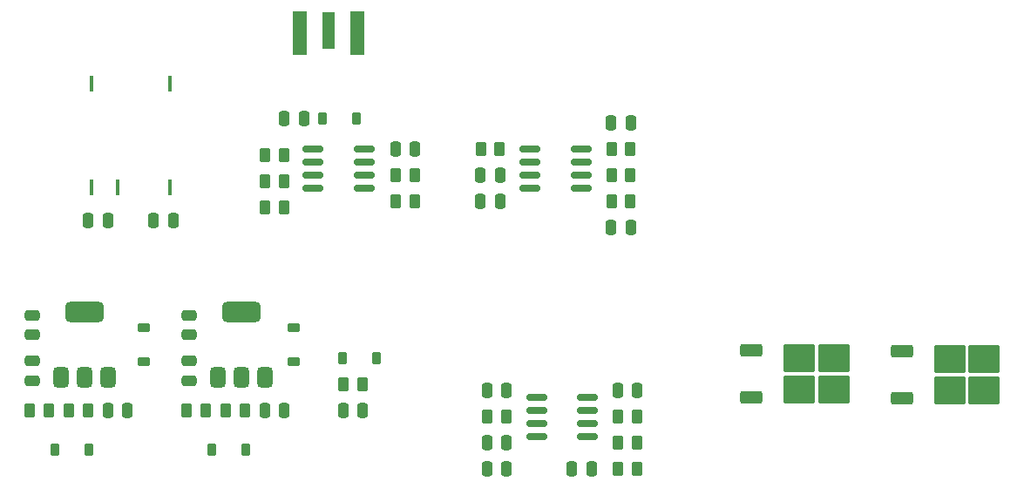
<source format=gbr>
%TF.GenerationSoftware,KiCad,Pcbnew,8.0.1*%
%TF.CreationDate,2024-07-13T13:04:58-04:00*%
%TF.ProjectId,GaN Drain Driver,47614e20-4472-4616-996e-204472697665,v1.0*%
%TF.SameCoordinates,Original*%
%TF.FileFunction,Paste,Top*%
%TF.FilePolarity,Positive*%
%FSLAX46Y46*%
G04 Gerber Fmt 4.6, Leading zero omitted, Abs format (unit mm)*
G04 Created by KiCad (PCBNEW 8.0.1) date 2024-07-13 13:04:58*
%MOMM*%
%LPD*%
G01*
G04 APERTURE LIST*
G04 Aperture macros list*
%AMRoundRect*
0 Rectangle with rounded corners*
0 $1 Rounding radius*
0 $2 $3 $4 $5 $6 $7 $8 $9 X,Y pos of 4 corners*
0 Add a 4 corners polygon primitive as box body*
4,1,4,$2,$3,$4,$5,$6,$7,$8,$9,$2,$3,0*
0 Add four circle primitives for the rounded corners*
1,1,$1+$1,$2,$3*
1,1,$1+$1,$4,$5*
1,1,$1+$1,$6,$7*
1,1,$1+$1,$8,$9*
0 Add four rect primitives between the rounded corners*
20,1,$1+$1,$2,$3,$4,$5,0*
20,1,$1+$1,$4,$5,$6,$7,0*
20,1,$1+$1,$6,$7,$8,$9,0*
20,1,$1+$1,$8,$9,$2,$3,0*%
G04 Aperture macros list end*
%ADD10R,0.457200X1.600200*%
%ADD11RoundRect,0.250000X0.262500X0.450000X-0.262500X0.450000X-0.262500X-0.450000X0.262500X-0.450000X0*%
%ADD12RoundRect,0.250000X-0.262500X-0.450000X0.262500X-0.450000X0.262500X0.450000X-0.262500X0.450000X0*%
%ADD13RoundRect,0.225000X0.225000X0.375000X-0.225000X0.375000X-0.225000X-0.375000X0.225000X-0.375000X0*%
%ADD14RoundRect,0.250000X0.475000X-0.250000X0.475000X0.250000X-0.475000X0.250000X-0.475000X-0.250000X0*%
%ADD15RoundRect,0.250000X0.250000X0.475000X-0.250000X0.475000X-0.250000X-0.475000X0.250000X-0.475000X0*%
%ADD16RoundRect,0.225000X-0.225000X-0.375000X0.225000X-0.375000X0.225000X0.375000X-0.225000X0.375000X0*%
%ADD17RoundRect,0.250000X-0.250000X-0.475000X0.250000X-0.475000X0.250000X0.475000X-0.250000X0.475000X0*%
%ADD18RoundRect,0.225000X0.375000X-0.225000X0.375000X0.225000X-0.375000X0.225000X-0.375000X-0.225000X0*%
%ADD19RoundRect,0.375000X0.375000X-0.625000X0.375000X0.625000X-0.375000X0.625000X-0.375000X-0.625000X0*%
%ADD20RoundRect,0.500000X1.400000X-0.500000X1.400000X0.500000X-1.400000X0.500000X-1.400000X-0.500000X0*%
%ADD21RoundRect,0.150000X-0.825000X-0.150000X0.825000X-0.150000X0.825000X0.150000X-0.825000X0.150000X0*%
%ADD22RoundRect,0.250000X-0.475000X0.250000X-0.475000X-0.250000X0.475000X-0.250000X0.475000X0.250000X0*%
%ADD23RoundRect,0.250000X-0.850000X-0.350000X0.850000X-0.350000X0.850000X0.350000X-0.850000X0.350000X0*%
%ADD24RoundRect,0.250000X-1.275000X-1.125000X1.275000X-1.125000X1.275000X1.125000X-1.275000X1.125000X0*%
%ADD25R,1.270000X3.600000*%
%ADD26R,1.350000X4.200000*%
G04 APERTURE END LIST*
D10*
%TO.C,U2*%
X60960000Y-42519600D03*
X63500000Y-42519600D03*
X68580000Y-42519600D03*
X68580000Y-32410400D03*
X60960000Y-32410400D03*
%TD*%
D11*
%TO.C,R1*%
X79652500Y-39370000D03*
X77827500Y-39370000D03*
%TD*%
D12*
%TO.C,R4*%
X90527500Y-41275000D03*
X92352500Y-41275000D03*
%TD*%
D13*
%TO.C,D2*%
X75945000Y-67945000D03*
X72645000Y-67945000D03*
%TD*%
D11*
%TO.C,R6*%
X60602500Y-64135000D03*
X58777500Y-64135000D03*
%TD*%
%TO.C,R3*%
X72032500Y-64135000D03*
X70207500Y-64135000D03*
%TD*%
%TO.C,R8*%
X101242500Y-64770000D03*
X99417500Y-64770000D03*
%TD*%
D14*
%TO.C,C11*%
X55245000Y-61275000D03*
X55245000Y-59375000D03*
%TD*%
D15*
%TO.C,C19*%
X99380000Y-67310000D03*
X101280000Y-67310000D03*
%TD*%
D12*
%TO.C,R17*%
X77827500Y-44450000D03*
X79652500Y-44450000D03*
%TD*%
D16*
%TO.C,D6*%
X88645000Y-59055000D03*
X85345000Y-59055000D03*
%TD*%
D15*
%TO.C,C5*%
X81595000Y-35814000D03*
X79695000Y-35814000D03*
%TD*%
%TO.C,C23*%
X100645000Y-43815000D03*
X98745000Y-43815000D03*
%TD*%
D17*
%TO.C,C8*%
X92390000Y-38735000D03*
X90490000Y-38735000D03*
%TD*%
%TO.C,C9*%
X62550000Y-64135000D03*
X64450000Y-64135000D03*
%TD*%
D18*
%TO.C,D1*%
X80645000Y-59435000D03*
X80645000Y-56135000D03*
%TD*%
D12*
%TO.C,R15*%
X112117500Y-69850000D03*
X113942500Y-69850000D03*
%TD*%
D17*
%TO.C,C14*%
X111445000Y-46355000D03*
X113345000Y-46355000D03*
%TD*%
D18*
%TO.C,D4*%
X66040000Y-59435000D03*
X66040000Y-56135000D03*
%TD*%
D19*
%TO.C,U4*%
X58025000Y-60935000D03*
X60325000Y-60935000D03*
D20*
X60325000Y-54635000D03*
D19*
X62625000Y-60935000D03*
%TD*%
D11*
%TO.C,R2*%
X75842500Y-64135000D03*
X74017500Y-64135000D03*
%TD*%
D15*
%TO.C,C16*%
X109535000Y-69850000D03*
X107635000Y-69850000D03*
%TD*%
D17*
%TO.C,C18*%
X112080000Y-62230000D03*
X113980000Y-62230000D03*
%TD*%
D11*
%TO.C,R9*%
X113307500Y-43815000D03*
X111482500Y-43815000D03*
%TD*%
D21*
%TO.C,U3*%
X82488000Y-38735000D03*
X82488000Y-40005000D03*
X82488000Y-41275000D03*
X82488000Y-42545000D03*
X87438000Y-42545000D03*
X87438000Y-41275000D03*
X87438000Y-40005000D03*
X87438000Y-38735000D03*
%TD*%
D11*
%TO.C,R13*%
X113942500Y-67310000D03*
X112117500Y-67310000D03*
%TD*%
D12*
%TO.C,R10*%
X111482500Y-41275000D03*
X113307500Y-41275000D03*
%TD*%
D13*
%TO.C,D3*%
X86740000Y-35814000D03*
X83440000Y-35814000D03*
%TD*%
D21*
%TO.C,U5*%
X104205000Y-62865000D03*
X104205000Y-64135000D03*
X104205000Y-65405000D03*
X104205000Y-66675000D03*
X109155000Y-66675000D03*
X109155000Y-65405000D03*
X109155000Y-64135000D03*
X109155000Y-62865000D03*
%TD*%
D17*
%TO.C,C2*%
X77790000Y-64135000D03*
X79690000Y-64135000D03*
%TD*%
D22*
%TO.C,C12*%
X55245000Y-54930000D03*
X55245000Y-56830000D03*
%TD*%
D11*
%TO.C,R7*%
X56792500Y-64135000D03*
X54967500Y-64135000D03*
%TD*%
D17*
%TO.C,C6*%
X66995000Y-45720000D03*
X68895000Y-45720000D03*
%TD*%
D19*
%TO.C,U1*%
X73265000Y-60935000D03*
X75565000Y-60935000D03*
D20*
X75565000Y-54635000D03*
D19*
X77865000Y-60935000D03*
%TD*%
D12*
%TO.C,R5*%
X90527500Y-43815000D03*
X92352500Y-43815000D03*
%TD*%
D15*
%TO.C,C1*%
X62545000Y-45720000D03*
X60645000Y-45720000D03*
%TD*%
D11*
%TO.C,R12*%
X87272500Y-61595000D03*
X85447500Y-61595000D03*
%TD*%
D17*
%TO.C,C15*%
X87310000Y-64135000D03*
X85410000Y-64135000D03*
%TD*%
D11*
%TO.C,R11*%
X113307500Y-38735000D03*
X111482500Y-38735000D03*
%TD*%
D15*
%TO.C,C10*%
X101280000Y-69850000D03*
X99380000Y-69850000D03*
%TD*%
D17*
%TO.C,C22*%
X111445000Y-36195000D03*
X113345000Y-36195000D03*
%TD*%
D23*
%TO.C,Q1*%
X139740000Y-58420000D03*
D24*
X144365000Y-59175000D03*
X144365000Y-62225000D03*
X147715000Y-59175000D03*
X147715000Y-62225000D03*
D23*
X139740000Y-62980000D03*
%TD*%
D15*
%TO.C,C13*%
X101280000Y-62230000D03*
X99380000Y-62230000D03*
%TD*%
D11*
%TO.C,R18*%
X79652500Y-41910000D03*
X77827500Y-41910000D03*
%TD*%
D25*
%TO.C,J1*%
X84012000Y-27282800D03*
D26*
X86837000Y-27482800D03*
X81187000Y-27482800D03*
%TD*%
D13*
%TO.C,D5*%
X57405000Y-67945000D03*
X60705000Y-67945000D03*
%TD*%
D23*
%TO.C,Q2*%
X125095000Y-58300000D03*
D24*
X129720000Y-59055000D03*
X129720000Y-62105000D03*
X133070000Y-59055000D03*
X133070000Y-62105000D03*
D23*
X125095000Y-62860000D03*
%TD*%
D22*
%TO.C,C7*%
X70485000Y-54930000D03*
X70485000Y-56830000D03*
%TD*%
D17*
%TO.C,C17*%
X98745000Y-41275000D03*
X100645000Y-41275000D03*
%TD*%
D11*
%TO.C,R14*%
X113942500Y-64770000D03*
X112117500Y-64770000D03*
%TD*%
%TO.C,R16*%
X100607500Y-38735000D03*
X98782500Y-38735000D03*
%TD*%
D21*
%TO.C,U6*%
X103570000Y-38735000D03*
X103570000Y-40005000D03*
X103570000Y-41275000D03*
X103570000Y-42545000D03*
X108520000Y-42545000D03*
X108520000Y-41275000D03*
X108520000Y-40005000D03*
X108520000Y-38735000D03*
%TD*%
D14*
%TO.C,C3*%
X70485000Y-61275000D03*
X70485000Y-59375000D03*
%TD*%
M02*

</source>
